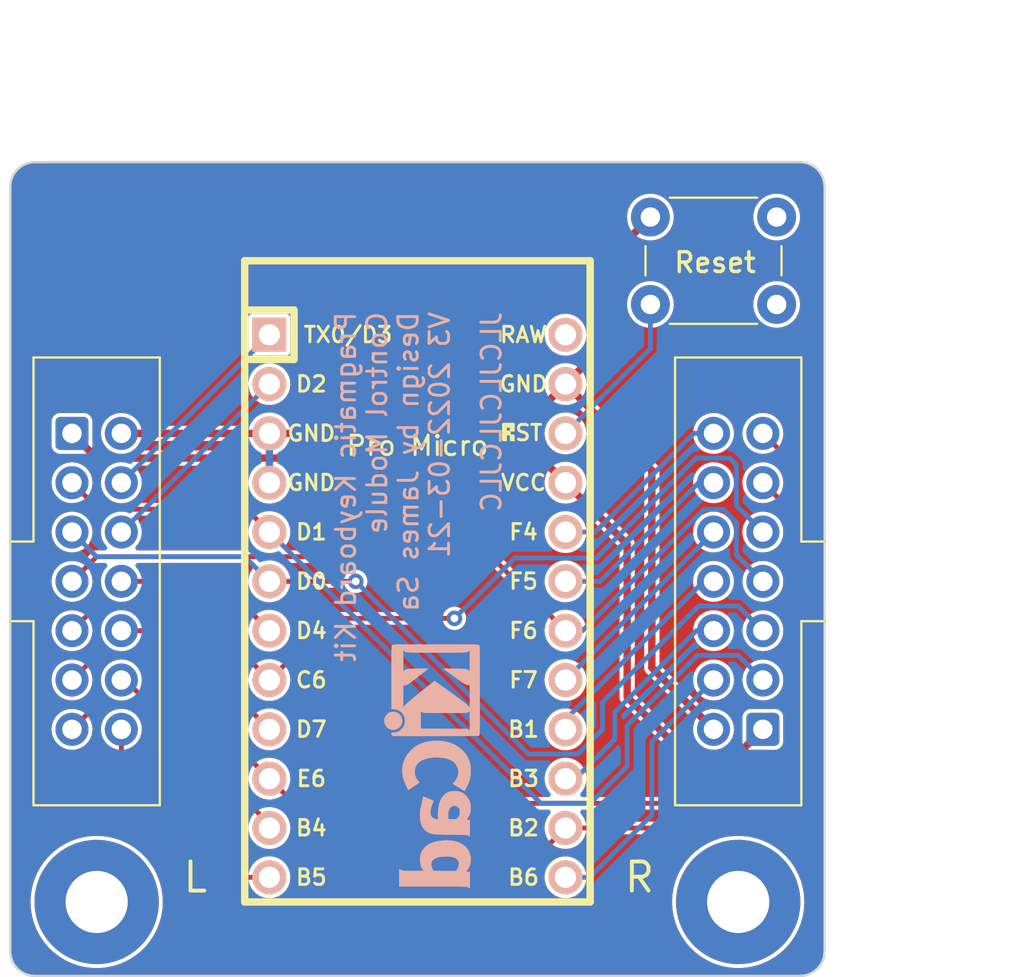
<source format=kicad_pcb>
(kicad_pcb (version 20211014) (generator pcbnew)
  (title_block (title "Pragmatic Kit - Control Module") (date "2022-03-21") (rev "V3") (company "James Sa"))
  (layers (0 "F.Cu" signal) (31 "B.Cu" signal) (34 "B.Paste" user) (35 "F.Paste" user) (36 "B.SilkS" user "B.Silkscreen") (37 "F.SilkS" user "F.Silkscreen") (38 "B.Mask" user) (39 "F.Mask" user) (44 "Edge.Cuts" user))
  (net 0 "")
  (net 1 "Row1")
  (net 2 "Col1")
  (net 3 "VCC")
  (net 4 "Col9")
  (net 5 "Col8")
  (net 6 "Col7")
  (net 7 "Row3")
  (net 8 "Row5")
  (net 9 "Row6")
  (net 10 "Row4")
  (net 11 "Col6")
  (net 12 "Col5")
  (net 13 "Col4")
  (net 14 "Col3")
  (net 15 "Col2")
  (net 16 "Row2")
  (net 17 "Reset")
  (net 18 "Col12")
  (net 19 "Col11")
  (net 20 "Col10")
  (net 21 "GND")
  (footprint "Connector_IDC:IDC-Header_2x07_P2.54mm_Vertical" (layer "F.Cu") (at 121.92 58.42)
    (fp_text reference "J1")
    (fp_text value "L" (at 6.35 22.86) (layer "F.SilkS") (effects (font (size 1.5 1.5) (thickness 0.2))))
    (pad "1" thru_hole roundrect (at 0 0) (size 1.7 1.7) (drill 1) (layers *.Cu *.Mask) (roundrect_rratio 0.1470588235) (net 3 "VCC"))
    (pad "2" thru_hole circle (at 2.54 0) (size 1.7 1.7) (drill 1) (layers *.Cu *.Mask) (net 21 "GND"))
    (pad "3" thru_hole circle (at 0 2.54) (size 1.7 1.7) (drill 1) (layers *.Cu *.Mask) (net 1 "Row1"))
    (pad "4" thru_hole circle (at 2.54 2.54) (size 1.7 1.7) (drill 1) (layers *.Cu *.Mask) (net 2 "Col1"))
    (pad "5" thru_hole circle (at 0 5.08) (size 1.7 1.7) (drill 1) (layers *.Cu *.Mask) (net 16 "Row2"))
    (pad "6" thru_hole circle (at 2.54 5.08) (size 1.7 1.7) (drill 1) (layers *.Cu *.Mask) (net 15 "Col2"))
    (pad "7" thru_hole circle (at 0 7.62) (size 1.7 1.7) (drill 1) (layers *.Cu *.Mask) (net 7 "Row3"))
    (pad "8" thru_hole circle (at 2.54 7.62) (size 1.7 1.7) (drill 1) (layers *.Cu *.Mask) (net 14 "Col3"))
    (pad "9" thru_hole circle (at 0 10.16) (size 1.7 1.7) (drill 1) (layers *.Cu *.Mask) (net 10 "Row4"))
    (pad "10" thru_hole circle (at 2.54 10.16) (size 1.7 1.7) (drill 1) (layers *.Cu *.Mask) (net 13 "Col4"))
    (pad "11" thru_hole circle (at 0 12.7) (size 1.7 1.7) (drill 1) (layers *.Cu *.Mask) (net 8 "Row5"))
    (pad "12" thru_hole circle (at 2.54 12.7) (size 1.7 1.7) (drill 1) (layers *.Cu *.Mask) (net 12 "Col5"))
    (pad "13" thru_hole circle (at 0 15.24) (size 1.7 1.7) (drill 1) (layers *.Cu *.Mask) (net 9 "Row6"))
    (pad "14" thru_hole circle (at 2.54 15.24) (size 1.7 1.7) (drill 1) (layers *.Cu *.Mask) (net 11 "Col6"))
  )
  (footprint "Connector_IDC:IDC-Header_2x07_P2.54mm_Vertical" (layer "F.Cu") (at 157.48 73.66 180)
    (fp_text reference "J2")
    (fp_text value "R" (at 6.35 -7.62) (layer "F.SilkS") (effects (font (size 1.5 1.5) (thickness 0.2))))
    (pad "1" thru_hole roundrect (at 0 0 180) (size 1.7 1.7) (drill 1) (layers *.Cu *.Mask) (roundrect_rratio 0.1470588235) (net 3 "VCC"))
    (pad "2" thru_hole circle (at 2.54 0 180) (size 1.7 1.7) (drill 1) (layers *.Cu *.Mask) (net 21 "GND"))
    (pad "3" thru_hole circle (at 0 2.54 180) (size 1.7 1.7) (drill 1) (layers *.Cu *.Mask) (net 1 "Row1"))
    (pad "4" thru_hole circle (at 2.54 2.54 180) (size 1.7 1.7) (drill 1) (layers *.Cu *.Mask) (net 6 "Col7"))
    (pad "5" thru_hole circle (at 0 5.08 180) (size 1.7 1.7) (drill 1) (layers *.Cu *.Mask) (net 16 "Row2"))
    (pad "6" thru_hole circle (at 2.54 5.08 180) (size 1.7 1.7) (drill 1) (layers *.Cu *.Mask) (net 5 "Col8"))
    (pad "7" thru_hole circle (at 0 7.62 180) (size 1.7 1.7) (drill 1) (layers *.Cu *.Mask) (net 7 "Row3"))
    (pad "8" thru_hole circle (at 2.54 7.62 180) (size 1.7 1.7) (drill 1) (layers *.Cu *.Mask) (net 4 "Col9"))
    (pad "9" thru_hole circle (at 0 10.16 180) (size 1.7 1.7) (drill 1) (layers *.Cu *.Mask) (net 10 "Row4"))
    (pad "10" thru_hole circle (at 2.54 10.16 180) (size 1.7 1.7) (drill 1) (layers *.Cu *.Mask) (net 20 "Col10"))
    (pad "11" thru_hole circle (at 0 12.7 180) (size 1.7 1.7) (drill 1) (layers *.Cu *.Mask) (net 8 "Row5"))
    (pad "12" thru_hole circle (at 2.54 12.7 180) (size 1.7 1.7) (drill 1) (layers *.Cu *.Mask) (net 19 "Col11"))
    (pad "13" thru_hole circle (at 0 15.24 180) (size 1.7 1.7) (drill 1) (layers *.Cu *.Mask) (net 9 "Row6"))
    (pad "14" thru_hole circle (at 2.54 15.24 180) (size 1.7 1.7) (drill 1) (layers *.Cu *.Mask) (net 18 "Col12"))
  )
  (footprint "Button_Switch_THT:SW_PUSH_6mm" (layer "F.Cu") (at 158.19 51.78 180)
    (fp_text reference "SW1" hide)
    (fp_text value "SW_Push")
    (fp_text user "Reset" (at 3.175 2.159) (layer "F.SilkS") (effects (font (size 1.016 1.016) (thickness 0.1778))))
    (pad "" thru_hole circle (at 0 0 270) (size 2 2) (drill 1) (layers *.Cu *.Mask))
    (pad "" thru_hole circle (at 0 4.5 270) (size 2 2) (drill 1) (layers *.Cu *.Mask))
    (pad "1" thru_hole circle (at 6.5 0 270) (size 2 2) (drill 1) (layers *.Cu *.Mask) (net 17 "Reset"))
    (pad "2" thru_hole circle (at 6.5 4.5 270) (size 2 2) (drill 1) (layers *.Cu *.Mask) (net 21 "GND"))
  )
  (footprint "keyboards:OSHW-Logo2_7.3x6mm_Copper" (layer "F.Cu") (at 123.19 49.53)
    (fp_text reference "Logo1" hide)
    (fp_text value "OSHW-Logo2_7.3x6mm_Copper" hide)
    (fp_poly (pts (xy 0.039744 1.950968) (xy 0.096616 1.972087) (xy 0.097267 1.972493) (xy 0.13244 1.99838) (xy 0.158407 2.028633) (xy 0.17667 2.068058) (xy 0.188732 2.121462) (xy 0.196096 2.193651) (xy 0.200264 2.289432) (xy 0.200629 2.303078) (xy 0.205876 2.508842) (xy 0.161716 2.531678) (xy 0.129763 2.54711) (xy 0.11047 2.554423) (xy 0.109578 2.554514) (xy 0.106239 2.541022) (xy 0.103587 2.504626) (xy 0.101956 2.451452) (xy 0.1016 2.408393) (xy 0.101592 2.338641) (xy 0.098403 2.294837) (xy 0.087288 2.273944) (xy 0.063501 2.272925) (xy 0.022296 2.288741) (xy -0.039914 2.317815) (xy -0.085659 2.341963) (xy -0.109187 2.362913) (xy -0.116104 2.385747) (xy -0.116114 2.386877) (xy -0.104701 2.426212) (xy -0.070908 2.447462) (xy -0.019191 2.450539) (xy 0.018061 2.450006) (xy 0.037703 2.460735) (xy 0.049952 2.486505) (xy 0.057002 2.519337) (xy 0.046842 2.537966) (xy 0.043017 2.540632) (xy 0.007001 2.55134) (xy -0.043434 2.552856) (xy -0.095374 2.545759) (xy -0.132178 2.532788) (xy -0.183062 2.489585) (xy -0.211986 2.429446) (xy -0.217714 2.382462) (xy -0.213343 2.340082) (xy -0.197525 2.305488) (xy -0.166203 2.274763) (xy -0.115322 2.24399) (xy -0.040824 2.209252) (xy -0.036286 2.207288) (xy 0.030821 2.176287) (xy 0.072232 2.150862) (xy 0.089981 2.128014) (xy 0.086107 2.104745) (xy 0.062643 2.078056) (xy 0.055627 2.071914) (xy 0.00863 2.0481) (xy -0.040067 2.049103) (xy -0.082478 2.072451) (xy -0.110616 2.115675) (xy -0.113231 2.12416) (xy -0.138692 2.165308) (xy -0.170999 2.185128) (xy -0.217714 2.20477) (xy -0.217714 2.15395) (xy -0.203504 2.080082) (xy -0.161325 2.012327) (xy -0.139376 1.989661) (xy -0.089483 1.960569) (xy -0.026033 1.9474) (xy 0.039744 1.950968)) (layer "F.Cu") (width 0.01) (fill solid))
    (fp_poly (pts (xy 1.779833 1.958663) (xy 1.782048 1.99685) (xy 1.783784 2.054886) (xy 1.784899 2.12818) (xy 1.785257 2.205055) (xy 1.785257 2.465196) (xy 1.739326 2.511127) (xy 1.707675 2.539429) (xy 1.67989 2.550893) (xy 1.641915 2.550168) (xy 1.62684 2.548321) (xy 1.579726 2.542948) (xy 1.540756 2.539869) (xy 1.531257 2.539585) (xy 1.499233 2.541445) (xy 1.453432 2.546114) (xy 1.435674 2.548321) (xy 1.392057 2.551735) (xy 1.362745 2.54432) (xy 1.33368 2.521427) (xy 1.323188 2.511127) (xy 1.277257 2.465196) (xy 1.277257 1.978602) (xy 1.314226 1.961758) (xy 1.346059 1.949282) (xy 1.364683 1.944914) (xy 1.369458 1.958718) (xy 1.373921 1.997286) (xy 1.377775 2.056356) (xy 1.380722 2.131663) (xy 1.382143 2.195286) (xy 1.386114 2.445657) (xy 1.420759 2.450556) (xy 1.452268 2.447131) (xy 1.467708 2.436041) (xy 1.472023 2.415308) (xy 1.475708 2.371145) (xy 1.478469 2.309146) (xy 1.480012 2.234909) (xy 1.480235 2.196706) (xy 1.480457 1.976783) (xy 1.526166 1.960849) (xy 1.558518 1.950015) (xy 1.576115 1.944962) (xy 1.576623 1.944914) (xy 1.578388 1.958648) (xy 1.580329 1.99673) (xy 1.582282 2.054482) (xy 1.584084 2.127227) (xy 1.585343 2.195286) (xy 1.589314 2.445657) (xy 1.6764 2.445657) (xy 1.680396 2.21724) (xy 1.684392 1.988822) (xy 1.726847 1.966868) (xy 1.758192 1.951793) (xy 1.776744 1.944951) (xy 1.777279 1.944914) (xy 1.779833 1.958663)) (layer "F.Cu") (width 0.01) (fill solid))
    (fp_poly (pts (xy 1.190117 2.065358) (xy 1.189933 2.173837) (xy 1.189219 2.257287) (xy 1.187675 2.319704) (xy 1.185001 2.365085) (xy 1.180894 2.397429) (xy 1.175055 2.420733) (xy 1.167182 2.438995) (xy 1.161221 2.449418) (xy 1.111855 2.505945) (xy 1.049264 2.541377) (xy 0.980013 2.55409) (xy 0.910668 2.542463) (xy 0.869375 2.521568) (xy 0.826025 2.485422) (xy 0.796481 2.441276) (xy 0.778655 2.383462) (xy 0.770463 2.306313) (xy 0.769302 2.249714) (xy 0.769458 2.245647) (xy 0.870857 2.245647) (xy 0.871476 2.31055) (xy 0.874314 2.353514) (xy 0.88084 2.381622) (xy 0.892523 2.401953) (xy 0.906483 2.417288) (xy 0.953365 2.44689) (xy 1.003701 2.449419) (xy 1.051276 2.424705) (xy 1.054979 2.421356) (xy 1.070783 2.403935) (xy 1.080693 2.383209) (xy 1.086058 2.352362) (xy 1.088228 2.304577) (xy 1.088571 2.251748) (xy 1.087827 2.185381) (xy 1.084748 2.141106) (xy 1.078061 2.112009) (xy 1.066496 2.091173) (xy 1.057013 2.080107) (xy 1.01296 2.052198) (xy 0.962224 2.048843) (xy 0.913796 2.070159) (xy 0.90445 2.078073) (xy 0.88854 2.095647) (xy 0.87861 2.116587) (xy 0.873278 2.147782) (xy 0.871163 2.196122) (xy 0.870857 2.245647) (xy 0.769458 2.245647) (xy 0.77281 2.158568) (xy 0.784726 2.090086) (xy 0.807135 2.0386) (xy 0.842124 1.998443) (xy 0.869375 1.977861) (xy 0.918907 1.955625) (xy 0.976316 1.945304) (xy 1.029682 1.948067) (xy 1.059543 1.959212) (xy 1.071261 1.962383) (xy 1.079037 1.950557) (xy 1.084465 1.918866) (xy 1.088571 1.870593) (xy 1.093067 1.816829) (xy 1.099313 1.784482) (xy 1.110676 1.765985) (xy 1.130528 1.75377) (xy 1.143 1.748362) (xy 1.190171 1.728601) (xy 1.190117 2.065358)) (layer "F.Cu") (width 0.01) (fill solid))
    (fp_poly (pts (xy -1.831697 1.931239) (xy -1.774473 1.969735) (xy -1.730251 2.025335) (xy -1.703833 2.096086) (xy -1.69849 2.148162) (xy -1.699097 2.169893) (xy -1.704178 2.186531) (xy -1.718145 2.201437) (xy -1.745411 2.217973) (xy -1.790388 2.239498) (xy -1.857489 2.269374) (xy -1.857829 2.269524) (xy -1.919593 2.297813) (xy -1.970241 2.322933) (xy -2.004596 2.342179) (xy -2.017482 2.352848) (xy -2.017486 2.352934) (xy -2.006128 2.376166) (xy -1.979569 2.401774) (xy -1.949077 2.420221) (xy -1.93363 2.423886) (xy -1.891485 2.411212) (xy -1.855192 2.379471) (xy -1.837483 2.344572) (xy -1.820448 2.318845) (xy -1.787078 2.289546) (xy -1.747851 2.264235) (xy -1.713244 2.250471) (xy -1.706007 2.249714) (xy -1.697861 2.26216) (xy -1.69737 2.293972) (xy -1.703357 2.336866) (xy -1.714643 2.382558) (xy -1.73005 2.422761) (xy -1.730829 2.424322) (xy -1.777196 2.489062) (xy -1.837289 2.533097) (xy -1.905535 2.554711) (xy -1.976362 2.552185) (xy -2.044196 2.523804) (xy -2.047212 2.521808) (xy -2.100573 2.473448) (xy -2.13566 2.410352) (xy -2.155078 2.327387) (xy -2.157684 2.304078) (xy -2.162299 2.194055) (xy -2.156767 2.142748) (xy -2.017486 2.142748) (xy -2.015676 2.174753) (xy -2.005778 2.184093) (xy -1.981102 2.177105) (xy -1.942205 2.160587) (xy -1.898725 2.139881) (xy -1.897644 2.139333) (xy -1.860791 2.119949) (xy -1.846 2.107013) (xy -1.849647 2.093451) (xy -1.865005 2.075632) (xy -1.904077 2.049845) (xy -1.946154 2.04795) (xy -1.983897 2.066717) (xy -2.009966 2.102915) (xy -2.017486 2.142748) (xy -2.156767 2.142748) (xy -2.152806 2.106027) (xy -2.12845 2.036212) (xy -2.094544 1.987302) (xy -2.033347 1.937878) (xy -1.965937 1.913359) (xy -1.89712 1.911797) (xy -1.831697 1.931239)) (layer "F.Cu") (width 0.01) (fill solid))
    (fp_poly (pts (xy 3.153595 1.966966) (xy 3.211021 2.004497) (xy 3.238719 2.038096) (xy 3.260662 2.099064) (xy 3.262405 2.147308) (xy 3.258457 2.211816) (xy 3.109686 2.276934) (xy 3.037349 2.310202) (xy 2.990084 2.336964) (xy 2.965507 2.360144) (xy 2.961237 2.382667) (xy 2.974889 2.407455) (xy 2.989943 2.423886) (xy 3.033746 2.450235) (xy 3.081389 2.452081) (xy 3.125145 2.431546) (xy 3.157289 2.390752) (xy 3.163038 2.376347) (xy 3.190576 2.331356) (xy 3.222258 2.312182) (xy 3.265714 2.295779) (xy 3.265714 2.357966) (xy 3.261872 2.400283) (xy 3.246823 2.435969) (xy 3.21528 2.476943) (xy 3.210592 2.482267) (xy 3.175506 2.51872) (xy 3.145347 2.538283) (xy 3.107615 2.547283) (xy 3.076335 2.55023) (xy 3.020385 2.550965) (xy 2.980555 2.54166) (xy 2.955708 2.527846) (xy 2.916656 2.497467) (xy 2.889625 2.464613) (xy 2.872517 2.423294) (xy 2.863238 2.367521) (xy 2.859693 2.291305) (xy 2.85941 2.252622) (xy 2.860372 2.206247) (xy 2.948007 2.206247) (xy 2.949023 2.231126) (xy 2.951556 2.2352) (xy 2.968274 2.229665) (xy 3.004249 2.215017) (xy 3.052331 2.19419) (xy 3.062386 2.189714) (xy 3.123152 2.158814) (xy 3.156632 2.131657) (xy 3.16399 2.10622) (xy 3.146391 2.080481) (xy 3.131856 2.069109) (xy 3.07941 2.046364) (xy 3.030322 2.050122) (xy 2.989227 2.077884) (xy 2.960758 2.127152) (xy 2.951631 2.166257) (xy 2.948007 2.206247) (xy 2.860372 2.206247) (xy 2.861285 2.162249) (xy 2.868196 2.095384) (xy 2.881884 2.046695) (xy 2.904096 2.010849) (xy 2.936574 1.982513) (xy 2.950733 1.973355) (xy 3.015053 1.949507) (xy 3.085473 1.948006) (xy 3.153595 1.966966)) (layer "F.Cu") (width 0.01) (fill solid))
    (fp_poly (pts (xy 0.529926 1.949755) (xy 0.595858 1.974084) (xy 0.649273 2.017117) (xy 0.670164 2.047409) (xy 0.692939 2.102994) (xy 0.692466 2.143186) (xy 0.668562 2.170217) (xy 0.659717 2.174813) (xy 0.62153 2.189144) (xy 0.602028 2.185472) (xy 0.595422 2.161407) (xy 0.595086 2.148114) (xy 0.582992 2.09921) (xy 0.551471 2.064999) (xy 0.507659 2.048476) (xy 0.458695 2.052634) (xy 0.418894 2.074227) (xy 0.40545 2.086544) (xy 0.395921 2.101487) (xy 0.389485 2.124075) (xy 0.385317 2.159328) (xy 0.382597 2.212266) (xy 0.380502 2.287907) (xy 0.37996 2.311857) (xy 0.377981 2.39379) (xy 0.375731 2.451455) (xy 0.372357 2.489608) (xy 0.367006 2.513004) (xy 0.358824 2.526398) (xy 0.346959 2.534545) (xy 0.339362 2.538144) (xy 0.307102 2.550452) (xy 0.288111 2.554514) (xy 0.281836 2.540948) (xy 0.278006 2.499934) (xy 0.2766 2.430999) (xy 0.277598 2.333669) (xy 0.277908 2.318657) (xy 0.280101 2.229859) (xy 0.282693 2.165019) (xy 0.286382 2.119067) (xy 0.291864 2.086935) (xy 0.299835 2.063553) (xy 0.310993 2.043852) (xy 0.31683 2.03541) (xy 0.350296 1.998057) (xy 0.387727 1.969003) (xy 0.392309 1.966467) (xy 0.459426 1.946443) (xy 0.529926 1.949755)) (layer "F.Cu") (width 0.01) (fill solid))
    (fp_poly (pts (xy -0.624114 1.851289) (xy -0.619861 1.910613) (xy -0.614975 1.945572) (xy -0.608205 1.96082) (xy -0.598298 1.961015) (xy -0.595086 1.959195) (xy -0.552356 1.946015) (xy -0.496773 1.946785) (xy -0.440263 1.960333) (xy -0.404918 1.977861) (xy -0.368679 2.005861) (xy -0.342187 2.037549) (xy -0.324001 2.077813) (xy -0.312678 2.131543) (xy -0.306778 2.203626) (xy -0.304857 2.298951) (xy -0.304823 2.317237) (xy -0.3048 2.522646) (xy -0.350509 2.53858) (xy -0.382973 2.54942) (xy -0.400785 2.554468) (xy -0.401309 2.554514) (xy -0.403063 2.540828) (xy -0.404556 2.503076) (xy -0.405674 2.446224) (xy -0.406303 2.375234) (xy -0.4064 2.332073) (xy -0.406602 2.246973) (xy -0.407642 2.185981) (xy -0.410169 2.144177) (xy -0.414836 2.116642) (xy -0.422293 2.098456) (xy -0.433189 2.084698) (xy -0.439993 2.078073) (xy -0.486728 2.051375) (xy -0.537728 2.049375) (xy -0.583999 2.071955) (xy -0.592556 2.080107) (xy -0.605107 2.095436) (xy -0.613812 2.113618) (xy -0.619369 2.139909) (xy -0.622474 2.179562) (xy -0.623824 2.237832) (xy -0.624114 2.318173) (xy -0.624114 2.522646) (xy -0.669823 2.53858) (xy -0.702287 2.54942) (xy -0.720099 2.554468) (xy -0.720623 2.554514) (xy -0.721963 2.540623) (xy -0.723172 2.501439) (xy -0.724199 2.4407) (xy -0.724998 2.362141) (xy -0.725519 2.269498) (xy -0.725714 2.166509) (xy -0.725714 1.769342) (xy -0.678543 1.749444) (xy -0.631371 1.729547) (xy -0.624114 1.851289)) (layer "F.Cu") (width 0.01) (fill solid))
    (fp_poly (pts (xy -2.400256 1.919918) (xy -2.344799 1.947568) (xy -2.295852 1.99848) (xy -2.282371 2.017338) (xy -2.267686 2.042015) (xy -2.258158 2.068816) (xy -2.252707 2.104587) (xy -2.250253 2.156169) (xy -2.249714 2.224267) (xy -2.252148 2.317588) (xy -2.260606 2.387657) (xy -2.276826 2.439931) (xy -2.302546 2.479869) (xy -2.339503 2.512929) (xy -2.342218 2.514886) (xy -2.37864 2.534908) (xy -2.422498 2.544815) (xy -2.478276 2.547257) (xy -2.568952 2.547257) (xy -2.56899 2.635283) (xy -2.569834 2.684308) (xy -2.574976 2.713065) (xy -2.588413 2.730311) (xy -2.614142 2.744808) (xy -2.620321 2.747769) (xy -2.649236 2.761648) (xy -2.671624 2.770414) (xy -2.688271 2.771171) (xy -2.699964 2.761023) (xy -2.70749 2.737073) (xy -2.711634 2.696426) (xy -2.713185 2.636186) (xy -2.712929 2.553455) (xy -2.711651 2.445339) (xy -2.711252 2.413) (xy -2.709815 2.301524) (xy -2.708528 2.228603) (xy -2.569029 2.228603) (xy -2.568245 2.290499) (xy -2.56476 2.330997) (xy -2.556876 2.357708) (xy -2.542895 2.378244) (xy -2.533403 2.38826) (xy -2.494596 2.417567) (xy -2.460237 2.419952) (xy -2.424784 2.39575) (xy -2.423886 2.394857) (xy -2.409461 2.376153) (xy -2.400687 2.350732) (xy -2.396261 2.311584) (xy -2.394882 2.251697) (xy -2.394857 2.23843) (xy -2.398188 2.155901) (xy -2.409031 2.098691) (xy -2.42866 2.063766) (xy -2.45835 2.048094) (xy -2.475509 2.046514) (xy -2.516234 2.053926) (xy -2.544168 2.07833) (xy -2.560983 2.12298) (xy -2.56835 2.19113) (xy -2.569029 2.228603) (xy -2.708528 2.228603) (xy -2.708292 2.215245) (xy -2.706323 2.150333) (xy -2.70355 2.102958) (xy -2.699612 2.06929) (xy -2.694151 2.045498) (xy -2.686808 2.027753) (xy -2.677223 2.012224) (xy -2.673113 2.006381) (xy -2.618595 1.951185) (xy -2.549664 1.91989) (xy -2.469928 1.911165) (xy -2.400256 1.919918)) (layer "F.Cu") (width 0.01) (fill solid))
    (fp_poly (pts (xy 2.144876 1.956335) (xy 2.186667 1.975344) (xy 2.219469 1.998378) (xy 2.243503 2.024133) (xy 2.260097 2.057358) (xy 2.270577 2.1028) (xy 2.276271 2.165207) (xy 2.278507 2.249327) (xy 2.278743 2.304721) (xy 2.278743 2.520826) (xy 2.241774 2.53767) (xy 2.212656 2.549981) (xy 2.198231 2.554514) (xy 2.195472 2.541025) (xy 2.193282 2.504653) (xy 2.191942 2.451542) (xy 2.191657 2.409372) (xy 2.190434 2.348447) (xy 2.187136 2.300115) (xy 2.182321 2.270518) (xy 2.178496 2.264229) (xy 2.152783 2.270652) (xy 2.112418 2.287125) (xy 2.065679 2.309458) (xy 2.020845 2.333457) (xy 1.986193 2.35493) (xy 1.970002 2.369685) (xy 1.969938 2.369845) (xy 1.97133 2.397152) (xy 1.983818 2.423219) (xy 2.005743 2.444392) (xy 2.037743 2.451474) (xy 2.065092 2.450649) (xy 2.103826 2.450042) (xy 2.124158 2.459116) (xy 2.136369 2.483092) (xy 2.137909 2.487613) (xy 2.143203 2.521806) (xy 2.129047 2.542568) (xy 2.092148 2.552462) (xy 2.052289 2.554292) (xy 1.980562 2.540727) (xy 1.943432 2.521355) (xy 1.897576 2.475845) (xy 1.873256 2.419983) (xy 1.871073 2.360957) (xy 1.891629 2.305953) (xy 1.922549 2.271486) (xy 1.95342 2.252189) (xy 2.001942 2.227759) (xy 2.058485 2.202985) (xy 2.06791 2.199199) (xy 2.130019 2.171791) (xy 2.165822 2.147634) (xy 2.177337 2.123619) (xy 2.16658 2.096635) (xy 2.148114 2.075543) (xy 2.104469 2.049572) (xy 2.056446 2.047624) (xy 2.012406 2.067637) (xy 1.980709 2.107551) (xy 1.976549 2.117848) (xy 1.952327 2.155724) (xy 1.916965 2.183842) (xy 1.872343 2.206917) (xy 1.872343 2.141485) (xy 1.874969 2.101506) (xy 1.88623 2.069997) (xy 1.911199 2.036378) (xy 1.935169 2.010484) (xy 1.972441 1.973817) (xy 2.001401 1.954121) (xy 2.032505 1.94622) (xy 2.067713 1.944914) (xy 2.144876 1.956335)) (layer "F.Cu") (width 0.01) (fill solid))
    (fp_poly (pts (xy -1.283907 1.92778) (xy -1.237328 1.954723) (xy -1.204943 1.981466) (xy -1.181258 2.009484) (xy -1.164941 2.043748) (xy -1.154661 2.089227) (xy -1.149086 2.150892) (xy -1.146884 2.233711) (xy -1.146629 2.293246) (xy -1.146629 2.512391) (xy -1.208314 2.540044) (xy -1.27 2.567697) (xy -1.277257 2.32767) (xy -1.280256 2.238028) (xy -1.283402 2.172962) (xy -1.287299 2.128026) (xy -1.292553 2.09877) (xy -1.299769 2.080748) (xy -1.30955 2.069511) (xy -1.312688 2.067079) (xy -1.360239 2.048083) (xy -1.408303 2.0556) (xy -1.436914 2.075543) (xy -1.448553 2.089675) (xy -1.456609 2.10822) (xy -1.461729 2.136334) (xy -1.464559 2.179173) (xy -1.465744 2.241895) (xy -1.465943 2.307261) (xy -1.465982 2.389268) (xy -1.467386 2.447316) (xy -1.472086 2.486465) (xy -1.482013 2.51178) (xy -1.499097 2.528323) (xy -1.525268 2.541156) (xy -1.560225 2.554491) (xy -1.598404 2.569007) (xy -1.593859 2.311389) (xy -1.592029 2.218519) (xy -1.589888 2.149889) (xy -1.586819 2.100711) (xy -1.582206 2.066198) (xy -1.575432 2.041562) (xy -1.565881 2.022016) (xy -1.554366 2.00477) (xy -1.49881 1.94968) (xy -1.43102 1.917822) (xy -1.357287 1.910191) (xy -1.283907 1.92778)) (layer "F.Cu") (width 0.01) (fill solid))
    (fp_poly (pts (xy 0.10391 -2.757652) (xy 0.182454 -2.757222) (xy 0.239298 -2.756058) (xy 0.278105 -2.753793) (xy 0.302538 -2.75006) (xy 0.316262 -2.744494) (xy 0.32294 -2.736727) (xy 0.326236 -2.726395) (xy 0.326556 -2.725057) (xy 0.331562 -2.700921) (xy 0.340829 -2.653299) (xy 0.353392 -2.587259) (xy 0.368287 -2.507872) (xy 0.384551 -2.420204) (xy 0.385119 -2.417125) (xy 0.40141 -2.331211) (xy 0.416652 -2.255304) (xy 0.429861 -2.193955) (xy 0.440054 -2.151718) (xy 0.446248 -2.133145) (xy 0.446543 -2.132816) (xy 0.464788 -2.123747) (xy 0.502405 -2.108633) (xy 0.551271 -2.090738) (xy 0.551543 -2.090642) (xy 0.613093 -2.067507) (xy 0.685657 -2.038035) (xy 0.754057 -2.008403) (xy 0.757294 -2.006938) (xy 0.868702 -1.956374) (xy 1.115399 -2.12484) (xy 1.191077 -2.176197) (xy 1.259631 -2.222111) (xy 1.317088 -2.25997) (xy 1.359476 -2.287163) (xy 1.382825 -2.301079) (xy 1.385042 -2.302111) (xy 1.40201 -2.297516) (xy 1.433701 -2.275345) (xy 1.481352 -2.234553) (xy 1.546198 -2.174095) (xy 1.612397 -2.109773) (xy 1.676214 -2.046388) (xy 1.733329 -1.988549) (xy 1.780305 -1.939825) (xy 1.813703 -1.90379) (xy 1.830085 -1.884016) (xy 1.830694 -1.882998) (xy 1.832505 -1.869428) (xy 1.825683 -1.847267) (xy 1.80854 -1.813522) (xy 1.779393 -1.7652) (xy 1.736555 -1.699308) (xy 1.679448 -1.614483) (xy 1.628766 -1.539823) (xy 1.583461 -1.47286) (xy 1.54615 -1.417484) (xy 1.519452 -1.37758) (xy 1.505985 -1.357038) (xy 1.505137 -1.355644) (xy 1.506781 -1.335962) (xy 1.519245 -1.297707) (xy 1.540048 -1.248111) (xy 1.547462 -1.232272) (xy 1.579814 -1.16171) (xy 1.614328 -1.081647) (xy 1.642365 -1.012371) (xy 1.662568 -0.960955) (xy 1.678615 -0.921881) (xy 1.687888 -0.901459) (xy 1.689041 -0.899886) (xy 1.706096 -0.897279) (xy 1.746298 -0.890137) (xy 1.804302 -0.879477) (xy 1.874763 -0.866315) (xy 1.952335 -0.851667) (xy 2.031672 -0.836551) (xy 2.107431 -0.821982) (xy 2.174264 -0.808978) (xy 2.226828 -0.798555) (xy 2.259776 -0.79173) (xy 2.267857 -0.789801) (xy 2.276205 -0.785038) (xy 2.282506 -0.774282) (xy 2.287045 -0.753902) (xy 2.290104 -0.720266) (xy 2.291967 -0.669745) (xy 2.292918 -0.598708) (xy 2.29324 -0.503524) (xy 2.293257 -0.464508) (xy 2.293257 -0.147201) (xy 2.217057 -0.132161) (xy 2.174663 -0.124005) (xy 2.1114 -0.112101) (xy 2.034962 -0.097884) (xy 1.953043 -0.08279) (xy 1.9304 -0.078645) (xy 1.854806 -0.063947) (xy 1.788953 -0.049495) (xy 1.738366 -0.036625) (xy 1.708574 -0.026678) (xy 1.703612 -0.023713) (xy 1.691426 -0.002717) (xy 1.673953 0.037967) (xy 1.654577 0.090322) (xy 1.650734 0.1016) (xy 1.625339 0.171523) (xy 1.593817 0.250418) (xy 1.562969 0.321266) (xy 1.562817 0.321595) (xy 1.511447 0.432733) (xy 1.680399 0.681253) (xy 1.849352 0.929772) (xy 1.632429 1.147058) (xy 1.566819 1.211726) (xy 1.506979 1.268733) (xy 1.456267 1.315033) (xy 1.418046 1.347584) (xy 1.395675 1.363343) (xy 1.392466 1.364343) (xy 1.373626 1.356469) (xy 1.33518 1.334578) (xy 1.28133 1.301267) (xy 1.216276 1.259131) (xy 1.14594 1.211943) (xy 1.074555 1.16381) (xy 1.010908 1.121928) (xy 0.959041 1.088871) (xy 0.922995 1.067218) (xy 0.906867 1.059543) (xy 0.887189 1.066037) (xy 0.849875 1.08315) (xy 0.802621 1.107326) (xy 0.797612 1.110013) (xy 0.733977 1.141927) (xy 0.690341 1.157579) (xy 0.663202 1.157745) (xy 0.649057 1.143204) (xy 0.648975 1.143) (xy 0.641905 1.125779) (xy 0.625042 1.084899) (xy 0.599695 1.023525) (xy 0.567171 0.944819) (xy 0.528778 0.851947) (xy 0.485822 0.748072) (xy 0.444222 0.647502) (xy 0.398504 0.536516) (xy 0.356526 0.433703) (xy 0.319548 0.342215) (xy 0.288827 0.265201) (xy 0.265622 0.205815) (xy 0.25119 0.167209) (xy 0.246743 0.1528) (xy 0.257896 0.136272) (xy 0.287069 0.10993) (xy 0.325971 0.080887) (xy 0.436757 -0.010961) (xy 0.523351 -0.116241) (xy 0.584716 -0.232734) (xy 0.619815 -0.358224) (xy 0.627608 -0.490493) (xy 0.621943 -0.551543) (xy 0.591078 -0.678205) (xy 0.53792 -0.790059) (xy 0.465767 -0.885999) (xy 0.377917 -0.964924) (xy 0.277665 -1.02573) (xy 0.16831 -1.067313) (xy 0.053147 -1.088572) (xy -0.064525 -1.088401) (xy -0.18141 -1.065699) (xy -0.294211 -1.019362) (xy -0.399631 -0.948287) (xy -0.443632 -0.908089) (xy -0.528021 -0.804871) (xy -0.586778 -0.692075) (xy -0.620296 -0.57299) (xy -0.628965 -0.450905) (xy -0.613177 -0.329107) (xy -0.573322 -0.210884) (xy -0.509793 -0.099525) (xy -0.422979 0.001684) (xy -0.325971 0.080887) (xy -0.285563 0.111162) (xy -0.257018 0.137219) (xy -0.246743 0.152825) (xy -0.252123 0.169843) (xy -0.267425 0.2105) (xy -0.291388 0.271642) (xy -0.322756 0.350119) (xy -0.360268 0.44278) (xy -0.402667 0.546472) (xy -0.444337 0.647526) (xy -0.49031 0.758607) (xy -0.532893 0.861541) (xy -0.570779 0.953165) (xy -0.60266 1.030316) (xy -0.627229 1.089831) (xy -0.64318 1.128544) (xy -0.64909 1.143) (xy -0.663052 1.157685) (xy -0.69006 1.157642) (xy -0.733587 1.142099) (xy -0.79711 1.110284) (xy -0.797612 1.110013) (xy -0.84544 1.085323) (xy -0.884103 1.067338) (xy -0.905905 1.059614) (xy -0.906867 1.059543) (xy -0.923279 1.067378) (xy -0.959513 1.089165) (xy -1.011526 1.122328) (xy -1.075275 1.164291) (xy -1.14594 1.211943) (xy -1.217884 1.260191) (xy -1.282726 1.302151) (xy -1.336265 1.335227) (xy -1.374303 1.356821) (xy -1.392467 1.364343) (xy -1.409192 1.354457) (xy -1.44282 1.326826) (xy -1.48999 1.284495) (xy -1.547342 1.230505) (xy -1.611516 1.167899) (xy -1.632503 1.146983) (xy -1.849501 0.929623) (xy -1.684332 0.68722) (xy -1.634136 0.612781) (xy -1.590081 0.545972) (xy -1.554638 0.490665) (xy -1.530281 0.450729) (xy -1.519478 0.430036) (xy -1.519162 0.428563) (xy -1.524857 0.409058) (xy -1.540174 0.369822) (xy -1.562463 0.31743) (xy -1.578107 0.282355) (xy -1.607359 0.215201) (xy -1.634906 0.147358) (xy -1.656263 0.090034) (xy -1.662065 0.072572) (xy -1.678548 0.025938) (xy -1.69466 -0.010095) (xy -1.70351 -0.023713) (xy -1.72304 -0.032048) (xy -1.765666 -0.043863) (xy -1.825855 -0.057819) (xy -1.898078 -0.072578) (xy -1.9304 -0.078645) (xy -2.012478 -0.093727) (xy -2.091205 -0.108331) (xy -2.158891 -0.12102) (xy -2.20784 -0.130358) (xy -2.217057 -0.132161) (xy -2.293257 -0.147201) (xy -2.293257 -0.464508) (xy -2.293086 -0.568846) (xy -2.292384 -0.647787) (xy -2.290866 -0.704962) (xy -2.288251 -0.744001) (xy -2.284254 -0.768535) (xy -2.278591 -0.782195) (xy -2.27098 -0.788611) (xy -2.267857 -0.789801) (xy -2.249022 -0.79402) (xy -2.207412 -0.802438) (xy -2.14837 -0.814039) (xy -2.077243 -0.827805) (xy -1.999375 -0.84272) (xy -1.920113 -0.857768) (xy -1.844802 -0.871931) (xy -1.778787 -0.884194) (xy -1.727413 -0.893539) (xy -1.696025 -0.89895) (xy -1.689041 -0.899886) (xy -1.682715 -0.912404) (xy -1.66871 -0.945754) (xy -1.649645 -0.993623) (xy -1.642366 -1.012371) (xy -1.613004 -1.084805) (xy -1.578429 -1.16483) (xy -1.547463 -1.232272) (xy -1.524677 -1.283841) (xy -1.509518 -1.326215) (xy -1.504458 -1.352166) (xy -1.505264 -1.355644) (xy -1.515959 -1.372064) (xy -1.54038 -1.408583) (xy -1.575905 -1.461313) (xy -1.619913 -1.526365) (xy -1.669783 -1.599849) (xy -1.679644 -1.614355) (xy -1.737508 -1.700296) (xy -1.780044 -1.765739) (xy -1.808946 -1.813696) (xy -1.82591 -1.84718) (xy -1.832633 -1.869205) (xy -1.83081 -1.882783) (xy -1.830764 -1.882869) (xy -1.816414 -1.900703) (xy -1.784677 -1.935183) (xy -1.73899 -1.982732) (xy -1.682796 -2.039778) (xy -1.619532 -2.102745) (xy -1.612398 -2.109773) (xy -1.53267 -2.18698) (xy -1.471143 -2.24367) (xy -1.426579 -2.28089) (xy -1.397743 -2.299685) (xy -1.385042 -2.302111) (xy -1.366506 -2.291529) (xy -1.328039 -2.267084) (xy -1.273614 -2.231388) (xy -1.207202 -2.187053) (xy -1.132775 -2.136689) (xy -1.115399 -2.12484) (xy -0.868703 -1.956374) (xy -0.757294 -2.006938) (xy -0.689543 -2.036405) (xy -0.616817 -2.066041) (xy -0.554297 -2.08967) (xy -0.551543 -2.090642) (xy -0.50264 -2.108543) (xy -0.464943 -2.12368) (xy -0.446575 -2.13279) (xy -0.446544 -2.132816) (xy -0.440715 -2.149283) (xy -0.430808 -2.189781) (xy -0.417805 -2.249758) (xy -0.402691 -2.32466) (xy -0.386448 -2.409936) (xy -0.385119 -2.417125) (xy -0.368825 -2.504986) (xy -0.353867 -2.58474) (xy -0.341209 -2.651319) (xy -0.331814 -2.699653) (xy -0.326646 -2.724675) (xy -0.326556 -2.725057) (xy -0.323411 -2.735701) (xy -0.317296 -2.743738) (xy -0.304547 -2.749533) (xy -0.2815 -2.753453) (xy -0.244491 -2.755865) (xy -0.189856 -2.757135) (xy -0.113933 -2.757629) (xy -0.013056 -2.757714) (xy 0 -2.757714) (xy 0.10391 -2.757652)) (layer "F.Cu") (width 0.01) (fill solid))
    (fp_poly (pts (xy -2.958885 1.921962) (xy -2.890855 1.957733) (xy -2.840649 2.015301) (xy -2.822815 2.052312) (xy -2.808937 2.107882) (xy -2.801833 2.178096) (xy -2.80116 2.254727) (xy -2.806573 2.329552) (xy -2.81773 2.394342) (xy -2.834286 2.440873) (xy -2.839374 2.448887) (xy -2.899645 2.508707) (xy -2.971231 2.544535) (xy -3.048908 2.55502) (xy -3.127452 2.53881) (xy -3.149311 2.529092) (xy -3.191878 2.499143) (xy -3.229237 2.459433) (xy -3.232768 2.454397) (xy -3.247119 2.430124) (xy -3.256606 2.404178) (xy -3.26221 2.370022) (xy -3.264914 2.321119) (xy -3.265701 2.250935) (xy -3.265714 2.2352) (xy -3.265678 2.230192) (xy -3.120571 2.230192) (xy -3.119727 2.29643) (xy -3.116404 2.340386) (xy -3.109417 2.368779) (xy -3.097584 2.388325) (xy -3.091543 2.394857) (xy -3.056814 2.41968) (xy -3.023097 2.418548) (xy -2.989005 2.397016) (xy -2.968671 2.374029) (xy -2.956629 2.340478) (xy -2.949866 2.287569) (xy -2.949402 2.281399) (xy -2.948248 2.185513) (xy -2.960312 2.114299) (xy -2.98543 2.068194) (xy -3.02344 2.047635) (xy -3.037008 2.046514) (xy -3.072636 2.052152) (xy -3.097006 2.071686) (xy -3.111907 2.109042) (xy -3.119125 2.16815) (xy -3.120571 2.230192) (xy -3.265678 2.230192) (xy -3.265174 2.160413) (xy -3.262904 2.108159) (xy -3.257932 2.071949) (xy -3.249287 2.045299) (xy -3.235995 2.021722) (xy -3.233057 2.017338) (xy -3.183687 1.958249) (xy -3.129891 1.923947) (xy -3.064398 1.910331) (xy -3.042158 1.909665) (xy -2.958885 1.921962)) (layer "F.Cu") (width 0.01) (fill solid))
    (fp_poly (pts (xy 2.6526 1.958752) (xy 2.669948 1.966334) (xy 2.711356 1.999128) (xy 2.746765 2.046547) (xy 2.768664 2.097151) (xy 2.772229 2.122098) (xy 2.760279 2.156927) (xy 2.734067 2.175357) (xy 2.705964 2.186516) (xy 2.693095 2.188572) (xy 2.686829 2.173649) (xy 2.674456 2.141175) (xy 2.669028 2.126502) (xy 2.63859 2.075744) (xy 2.59452 2.050427) (xy 2.53801 2.051206) (xy 2.533825 2.052203) (xy 2.503655 2.066507) (xy 2.481476 2.094393) (xy 2.466327 2.139287) (xy 2.45725 2.204615) (xy 2.453286 2.293804) (xy 2.452914 2.341261) (xy 2.45273 2.416071) (xy 2.451522 2.467069) (xy 2.448309 2.499471) (xy 2.442109 2.518495) (xy 2.43194 2.529356) (xy 2.416819 2.537272) (xy 2.415946 2.53767) (xy 2.386828 2.549981) (xy 2.372403 2.554514) (xy 2.370186 2.540809) (xy 2.368289 2.502925) (xy 2.366847 2.445715) (xy 2.365998 2.374027) (xy 2.365829 2.321565) (xy 2.366692 2.220047) (xy 2.37007 2.143032) (xy 2.377142 2.086023) (xy 2.389088 2.044526) (xy 2.40709 2.014043) (xy 2.432327 1.99008) (xy 2.457247 1.973355) (xy 2.517171 1.951097) (xy 2.586911 1.946076) (xy 2.6526 1.958752)) (layer "F.Cu") (width 0.01) (fill solid))
  )
  (footprint "Keyboard_JSA:ArduinoProMicro" (layer "F.Cu") (at 139.7 67.31 -90)
    (fp_text reference "U1" hide)
    (fp_text value "ProMicro" hide)
    (fp_text user "VCC" (at -6.35 -5.461) (layer "F.SilkS") (effects (font (size 0.8 0.8))))
    (fp_text user "GND" (at -11.43 -5.461) (layer "F.SilkS") (effects (font (size 0.8 0.8))))
    (fp_text user "F6" (at 1.27 -5.461) (layer "F.SilkS") (effects (font (size 0.8 0.8))))
    (fp_text user "GND" (at -6.35 5.461) (layer "F.SilkS") (effects (font (size 0.8 0.8))))
    (fp_text user "B5" (at 13.97 5.461) (layer "F.SilkS") (effects (font (size 0.8 0.8))))
    (fp_text user "F7" (at 3.81 -5.461) (layer "F.SilkS") (effects (font (size 0.8 0.8))))
    (fp_text user "D2" (at -11.43 5.461) (layer "F.SilkS") (effects (font (size 0.8 0.8))))
    (fp_text user "F5" (at -1.27 -5.461) (layer "F.SilkS") (effects (font (size 0.8 0.8))))
    (fp_text user "B1" (at 6.35 -5.461) (layer "F.SilkS") (effects (font (size 0.8 0.8))))
    (fp_text user "D7" (at 6.35 5.461) (layer "F.SilkS") (effects (font (size 0.8 0.8))))
    (fp_text user "D0" (at -1.27 5.461) (layer "F.SilkS") (effects (font (size 0.8 0.8))))
    (fp_text user "D1" (at -3.81 5.461) (layer "F.SilkS") (effects (font (size 0.8 0.8))))
    (fp_text user "E6" (at 8.89 5.461) (layer "F.SilkS") (effects (font (size 0.8 0.8))))
    (fp_text user "F4" (at -3.81 -5.461) (layer "F.SilkS") (effects (font (size 0.8 0.8))))
    (fp_text user "D4" (at 1.27 5.461) (layer "F.SilkS") (effects (font (size 0.8 0.8))))
    (fp_text user "B3" (at 8.89 -5.461) (layer "F.SilkS") (effects (font (size 0.8 0.8))))
    (fp_text user "B2" (at 11.43 -5.461) (layer "F.SilkS") (effects (font (size 0.8 0.8))))
    (fp_text user "ST" (at -8.92 -5.73312) (layer "F.SilkS") (effects (font (size 0.8 0.8))))
    (fp_text user "GND" (at -8.89 5.461) (layer "F.SilkS") (effects (font (size 0.8 0.8))))
    (fp_text user "B6" (at 13.97 -5.461) (layer "F.SilkS") (effects (font (size 0.8 0.8))))
    (fp_text user "TX0/D3" (at -13.97 3.571872) (layer "F.SilkS") (effects (font (size 0.8 0.8))))
    (fp_text user "B4" (at 11.43 5.461) (layer "F.SilkS") (effects (font (size 0.8 0.8))))
    (fp_text user "RAW" (at -13.97 -5.461) (layer "F.SilkS") (effects (font (size 0.8 0.8))))
    (fp_text user "C6" (at 3.81 5.461) (layer "F.SilkS") (effects (font (size 0.8 0.8))))
    (pad "1" thru_hole rect locked (at -13.97 7.62 270) (size 1.7526 1.7526) (drill 1.0922) (layers *.Cu *.SilkS *.Mask) (net 2 "Col1"))
    (pad "2" thru_hole circle locked (at -11.43 7.62 270) (size 1.7526 1.7526) (drill 1.0922) (layers *.Cu *.SilkS *.Mask) (net 15 "Col2"))
    (pad "3" thru_hole circle locked (at -8.89 7.62 270) (size 1.7526 1.7526) (drill 1.0922) (layers *.Cu *.SilkS *.Mask) (net 21 "GND"))
    (pad "4" thru_hole circle locked (at -6.35 7.62 270) (size 1.7526 1.7526) (drill 1.0922) (layers *.Cu *.SilkS *.Mask) (net 21 "GND"))
    (pad "5" thru_hole circle locked (at -3.81 7.62 270) (size 1.7526 1.7526) (drill 1.0922) (layers *.Cu *.SilkS *.Mask) (net 1 "Row1"))
    (pad "6" thru_hole circle locked (at -1.27 7.62 270) (size 1.7526 1.7526) (drill 1.0922) (layers *.Cu *.SilkS *.Mask) (net 16 "Row2"))
    (pad "7" thru_hole circle locked (at 1.27 7.62 270) (size 1.7526 1.7526) (drill 1.0922) (layers *.Cu *.SilkS *.Mask) (net 14 "Col3"))
    (pad "8" thru_hole circle locked (at 3.81 7.62 270) (size 1.7526 1.7526) (drill 1.0922) (layers *.Cu *.SilkS *.Mask) (net 10 "Row4"))
    (pad "9" thru_hole circle locked (at 6.35 7.62 270) (size 1.7526 1.7526) (drill 1.0922) (layers *.Cu *.SilkS *.Mask) (net 13 "Col4"))
    (pad "10" thru_hole circle locked (at 8.89 7.62 270) (size 1.7526 1.7526) (drill 1.0922) (layers *.Cu *.SilkS *.Mask) (net 8 "Row5"))
    (pad "11" thru_hole circle locked (at 11.43 7.62 270) (size 1.7526 1.7526) (drill 1.0922) (layers *.Cu *.SilkS *.Mask) (net 12 "Col5"))
    (pad "12" thru_hole circle locked (at 13.97 7.62 270) (size 1.7526 1.7526) (drill 1.0922) (layers *.Cu *.SilkS *.Mask) (net 11 "Col6"))
    (pad "13" thru_hole circle locked (at 13.97 -7.62 270) (size 1.7526 1.7526) (drill 1.0922) (layers *.Cu *.SilkS *.Mask) (net 6 "Col7"))
    (pad "14" thru_hole circle locked (at 11.43 -7.62 270) (size 1.7526 1.7526) (drill 1.0922) (layers *.Cu *.SilkS *.Mask) (net 9 "Row6"))
    (pad "15" thru_hole circle locked (at 8.89 -7.62 270) (size 1.7526 1.7526) (drill 1.0922) (layers *.Cu *.SilkS *.Mask) (net 5 "Col8"))
    (pad "16" thru_hole circle locked (at 6.35 -7.62 270) (size 1.7526 1.7526) (drill 1.0922) (layers *.Cu *.SilkS *.Mask) (net 4 "Col9"))
    (pad "17" thru_hole circle locked (at 3.81 -7.62 270) (size 1.7526 1.7526) (drill 1.0922) (layers *.Cu *.SilkS *.Mask) (net 20 "Col10"))
    (pad "18" thru_hole circle locked (at 1.27 -7.62 270) (size 1.7526 1.7526) (drill 1.0922) (layers *.Cu *.SilkS *.Mask) (net 7 "Row3"))
    (pad "19" thru_hole circle locked (at -1.27 -7.62 270) (size 1.7526 1.7526) (drill 1.0922) (layers *.Cu *.SilkS *.Mask) (net 19 "Col11"))
    (pad "20" thru_hole circle locked (at -3.81 -7.62 270) (size 1.7526 1.7526) (drill 1.0922) (layers *.Cu *.SilkS *.Mask) (net 18 "Col12"))
    (pad "21" thru_hole circle locked (at -6.35 -7.62 270) (size 1.7526 1.7526) (drill 1.0922) (layers *.Cu *.SilkS *.Mask) (net 3 "VCC"))
    (pad "22" thru_hole circle locked (at -8.89 -7.62 270) (size 1.7526 1.7526) (drill 1.0922) (layers *.Cu *.SilkS *.Mask) (net 17 "Reset"))
    (pad "23" thru_hole circle locked (at -11.43 -7.62 270) (size 1.7526 1.7526) (drill 1.0922) (layers *.Cu *.SilkS *.Mask) (net 21 "GND"))
    (pad "24" thru_hole circle locked (at -13.97 -7.62 270) (size 1.7526 1.7526) (drill 1.0922) (layers *.Cu *.SilkS *.Mask))
  )
  (footprint "MountingHole:MountingHole_3.2mm_M3_Pad" (layer "F.Cu") (at 156.21 82.55)
    (fp_text reference "M2" hide)
    (fp_text value "MountingHole_3.2mm_M3_Pad" hide)
    (pad "" thru_hole circle (at 0 0) (size 6.4 6.4) (drill 3.2) (layers *.Cu *.Mask))
  )
  (footprint "Keyboard_JSA:JLC Legend" (layer "F.Cu") (at 139.7 46.99)
    (fp_text reference "L1" hide)
    (fp_text value "JLC Legend" hide)
    (fp_text user "JLCJLCJLCJLC" (at 3.81 5.08 90 unlocked) (layer "B.SilkS") (effects (justify left mirror)))
  )
  (footprint "MountingHole:MountingHole_3.2mm_M3_Pad" (layer "F.Cu") (at 123.19 82.55)
    (fp_text reference "M1" hide)
    (fp_text value "MountingHole_3.2mm_M3_Pad" hide)
    (pad "" thru_hole circle (at 0 0) (size 6.4 6.4) (drill 3.2) (layers *.Cu *.Mask))
  )
  (footprint "Symbol:KiCad-Logo_5mm_SilkScreen" (layer "B.Cu") (at 140.97 75.565 -90)
    (fp_text reference "REF**" hide)
    (fp_text value "KiCad-Logo_5mm_SilkScreen" hide)
  )
  (gr_line (start 159.385 86.36) (end 120.015 86.36) (layer "Edge.Cuts") (width 0.12))
  (gr_line (start 118.745 85.09) (end 118.745 45.72) (layer "Edge.Cuts") (width 0.12))
  (gr_arc (start 159.385 44.45) (mid 160.283026 44.821974) (end 160.655 45.72) (layer "Edge.Cuts") (width 0.12))
  (gr_arc (start 120.015 86.36) (mid 119.116974 85.988026) (end 118.745 85.09) (layer "Edge.Cuts") (width 0.12))
  (gr_arc (start 160.655 85.09) (mid 160.283026 85.988026) (end 159.385 86.36) (layer "Edge.Cuts") (width 0.12))
  (gr_arc (start 118.745 45.72) (mid 119.116974 44.821974) (end 120.015 44.45) (layer "Edge.Cuts") (width 0.12))
  (gr_line (start 120.015 44.45) (end 159.385 44.45) (layer "Edge.Cuts") (width 0.12))
  (gr_line (start 160.655 45.72) (end 160.655 85.09) (layer "Edge.Cuts") (width 0.12))
  (gr_text "Pragmatic Keyboard Kit\nControl Module\nDesign by James Sa\nV3 2022-03-21" (at 138.43 52.07 90) (layer "B.SilkS") (effects (font (size 1 1)) (justify left mirror)))
  (gr_text "Pro Micro" (at 139.7 59.055) (layer "F.SilkS") (effects (font (size 1 1))))
  (segment (start 130.905489 62.325489) (end 132.08 63.5) (width 0.25) (layer "F.Cu") (net 1))
  (segment (start 121.92 60.96) (end 123.285489 62.325489) (width 0.25) (layer "F.Cu") (net 1))
  (segment (start 123.285489 62.325489) (end 130.905489 62.325489) (width 0.25) (layer "F.Cu") (net 1))
  (segment (start 150.495 73.464495) (end 150.495 75.565) (width 0.25) (layer "B.Cu") (net 1))
  (segment (start 146.05 77.47) (end 132.08 63.5) (width 0.25) (layer "B.Cu") (net 1))
  (segment (start 156.21 69.85) (end 154.109495 69.85) (width 0.25) (layer "B.Cu") (net 1))
  (segment (start 150.495 75.565) (end 148.59 77.47) (width 0.25) (layer "B.Cu") (net 1))
  (segment (start 154.109495 69.85) (end 150.495 73.464495) (width 0.25) (layer "B.Cu") (net 1))
  (segment (start 148.59 77.47) (end 146.05 77.47) (width 0.25) (layer "B.Cu") (net 1))
  (segment (start 157.48 71.12) (end 156.21 69.85) (width 0.25) (layer "B.Cu") (net 1))
  (segment (start 132.08 53.34) (end 124.46 60.96) (width 0.25) (layer "B.Cu") (net 2))
  (segment (start 147.32 60.96) (end 150.495 64.135) (width 0.381) (layer "F.Cu") (net 3))
  (segment (start 150.495 71.996821) (end 154.063179 75.565) (width 0.381) (layer "F.Cu") (net 3))
  (segment (start 155.575 75.565) (end 157.48 73.66) (width 0.381) (layer "F.Cu") (net 3))
  (segment (start 154.063179 75.565) (end 155.575 75.565) (width 0.381) (layer "F.Cu") (net 3))
  (segment (start 146.05 59.69) (end 147.32 60.96) (width 0.381) (layer "F.Cu") (net 3))
  (segment (start 123.19 59.69) (end 146.05 59.69) (width 0.381) (layer "F.Cu") (net 3))
  (segment (start 150.495 64.135) (end 150.495 71.996821) (width 0.381) (layer "F.Cu") (net 3))
  (segment (start 121.92 58.42) (end 123.19 59.69) (width 0.381) (layer "F.Cu") (net 3))
  (segment (start 147.32 73.152) (end 154.432 66.04) (width 0.25) (layer "B.Cu") (net 4))
  (segment (start 154.432 66.04) (end 154.94 66.04) (width 0.25) (layer "B.Cu") (net 4))
  (segment (start 147.32 73.66) (end 147.32 73.152) (width 0.25) (layer "B.Cu") (net 4))
  (segment (start 147.32 76.2) (end 147.828 76.2) (width 0.25) (layer "B.Cu") (net 5))
  (segment (start 149.86 74.168) (end 149.86 72.771) (width 0.25) (layer "B.Cu") (net 5))
  (segment (start 147.828 76.2) (end 149.86 74.168) (width 0.25) (layer "B.Cu") (net 5))
  (segment (start 149.86 72.771) (end 154.051 68.58) (width 0.25) (layer "B.Cu") (net 5))
  (segment (start 154.051 68.58) (end 154.94 68.58) (width 0.25) (layer "B.Cu") (net 5))
  (segment (start 148.559275 81.28) (end 151.765 78.074275) (width 0.25) (layer "B.Cu") (net 6))
  (segment (start 151.765 74.295) (end 154.94 71.12) (width 0.25) (layer "B.Cu") (net 6))
  (segment (start 147.32 81.28) (end 148.559275 81.28) (width 0.25) (layer "B.Cu") (net 6))
  (segment (start 151.765 78.074275) (end 151.765 74.295) (width 0.25) (layer "B.Cu") (net 6))
  (segment (start 143.51 64.77) (end 147.32 68.58) (width 0.25) (layer "F.Cu") (net 7))
  (segment (start 123.19 64.77) (end 143.51 64.77) (width 0.25) (layer "F.Cu") (net 7))
  (segment (start 121.92 66.04) (end 123.19 64.77) (width 0.25) (layer "F.Cu") (net 7))
  (segment (start 155.426499 62.325489) (end 154.453501 62.325489) (width 0.25) (layer "B.Cu") (net 7))
  (segment (start 156.114511 64.674511) (end 156.114511 63.013501) (width 0.25) (layer "B.Cu") (net 7))
  (segment (start 154.453501 62.325489) (end 148.19899 68.58) (width 0.25) (layer "B.Cu") (net 7))
  (segment (start 148.19899 68.58) (end 147.32 68.58) (width 0.25) (layer "B.Cu") (net 7))
  (segment (start 156.114511 63.013501) (end 155.426499 62.325489) (width 0.25) (layer "B.Cu") (net 7))
  (segment (start 157.48 66.04) (end 156.114511 64.674511) (width 0.25) (layer "B.Cu") (net 7))
  (segment (start 158.654511 74.497982) (end 155.682493 77.47) (width 0.25) (layer "F.Cu") (net 8))
  (segment (start 133.35 77.47) (end 132.08 76.2) (width 0.25) (layer "F.Cu") (net 8))
  (segment (start 158.654511 62.134511) (end 158.654511 74.497982) (width 0.25) (layer "F.Cu") (net 8))
  (segment (start 157.48 60.96) (end 158.654511 62.134511) (width 0.25) (layer "F.Cu") (net 8))
  (segment (start 123.19 69.85) (end 125.73 69.85) (width 0.25) (layer "F.Cu") (net 8))
  (segment (start 155.682493 77.47) (end 133.35 77.47) (width 0.25) (layer "F.Cu") (net 8))
  (segment (start 125.73 69.85) (end 132.08 76.2) (width 0.25) (layer "F.Cu") (net 8))
  (segment (start 121.92 71.12) (end 123.19 69.85) (width 0.25) (layer "F.Cu") (net 8))
  (segment (start 131.230898 80.01) (end 146.05 80.01) (width 0.25) (layer "F.Cu") (net 9))
  (segment (start 130.175 78.954102) (end 131.230898 80.01) (width 0.25) (layer "F.Cu") (net 9))
  (segment (start 159.385 74.803) (end 155.448 78.74) (width 0.25) (layer "F.Cu") (net 9))
  (segment (start 125.095 72.39) (end 130.175 77.47) (width 0.25) (layer "F.Cu") (net 9))
  (segment (start 123.19 72.39) (end 125.095 72.39) (width 0.25) (layer "F.Cu") (net 9))
  (segment (start 157.48 58.42) (end 159.385 60.325) (width 0.25) (layer "F.Cu") (net 9))
  (segment (start 146.05 80.01) (end 147.32 78.74) (width 0.25) (layer "F.Cu") (net 9))
  (segment (start 159.385 60.325) (end 159.385 74.803) (width 0.25) (layer "F.Cu") (net 9))
  (segment (start 121.92 73.66) (end 123.19 72.39) (width 0.25) (layer "F.Cu") (net 9))
  (segment (start 130.175 77.47) (end 130.175 78.954102) (width 0.25) (layer "F.Cu") (net 9))
  (segment (start 155.448 78.74) (end 147.32 78.74) (width 0.25) (layer "F.Cu") (net 9))
  (segment (start 141.605 67.945) (end 135.255 67.945) (width 0.25) (layer "F.Cu") (net 10))
  (segment (start 135.255 67.945) (end 132.08 71.12) (width 0.25) (layer "F.Cu") (net 10))
  (segment (start 123.19 67.31) (end 128.27 67.31) (width 0.25) (layer "F.Cu") (net 10))
  (segment (start 128.27 67.31) (end 132.08 71.12) (width 0.25) (layer "F.Cu") (net 10))
  (segment (start 121.92 68.58) (end 123.19 67.31) (width 0.25) (layer "F.Cu") (net 10))
  (via (at 141.605 67.945) (size 0.8) (drill 0.4) (layers "F.Cu" "B.Cu") (net 10))
  (segment (start 156.114511 60.034006) (end 155.770505 59.69) (width 0.25) (layer "B.Cu") (net 10))
  (segment (start 155.770505 59.69) (end 154.051 59.69) (width 0.25) (layer "B.Cu") (net 10))
  (segment (start 156.114511 62.134511) (end 156.114511 60.034006) (width 0.25) (layer "B.Cu") (net 10))
  (segment (start 148.901811 64.839189) (end 144.710811 64.839189) (width 0.25) (layer "B.Cu") (net 10))
  (segment (start 157.48 63.5) (end 156.114511 62.134511) (width 0.25) (layer "B.Cu") (net 10))
  (segment (start 144.710811 64.839189) (end 141.605 67.945) (width 0.25) (layer "B.Cu") (net 10))
  (segment (start 154.051 59.69) (end 148.901811 64.839189) (width 0.25) (layer "B.Cu") (net 10))
  (segment (start 124.46 73.66) (end 124.46 74.862081) (width 0.25) (layer "F.Cu") (net 11))
  (segment (start 124.46 74.862081) (end 130.877919 81.28) (width 0.25) (layer "F.Cu") (net 11))
  (segment (start 130.877919 81.28) (end 132.08 81.28) (width 0.25) (layer "F.Cu") (net 11))
  (segment (start 124.46 71.12) (end 124.656209 71.12) (width 0.25) (layer "F.Cu") (net 12))
  (segment (start 124.656209 71.12) (end 132.08 78.543791) (width 0.25) (layer "F.Cu") (net 12))
  (segment (start 132.08 78.543791) (end 132.08 78.74) (width 0.25) (layer "F.Cu") (net 12))
  (segment (start 127 68.58) (end 132.08 73.66) (width 0.25) (layer "F.Cu") (net 13))
  (segment (start 124.46 68.58) (end 127 68.58) (width 0.25) (layer "F.Cu") (net 13))
  (segment (start 129.54 66.04) (end 132.08 68.58) (width 0.25) (layer "F.Cu") (net 14))
  (segment (start 124.46 66.04) (end 129.54 66.04) (width 0.25) (layer "F.Cu") (net 14))
  (segment (start 132.08 55.88) (end 124.46 63.5) (width 0.25) (layer "B.Cu") (net 15))
  (segment (start 136.525 66.04) (end 132.08 66.04) (width 0.25) (layer "F.Cu") (net 16))
  (via (at 136.525 66.04) (size 0.8) (drill 0.4) (layers "F.Cu" "B.Cu") (net 16))
  (segment (start 149.225 72.263) (end 149.225 73.66) (width 0.25) (layer "B.Cu") (net 16))
  (segment (start 154.178 67.31) (end 149.225 72.263) (width 0.25) (layer "B.Cu") (net 16))
  (segment (start 145.415 74.93) (end 136.525 66.04) (width 0.25) (layer "B.Cu") (net 16))
  (segment (start 156.21 67.31) (end 154.178 67.31) (width 0.25) (layer "B.Cu") (net 16))
  (segment (start 149.225 73.66) (end 147.955 74.93) (width 0.25) (layer "B.Cu") (net 16))
  (segment (start 157.48 68.58) (end 156.21 67.31) (width 0.25) (layer "B.Cu") (net 16))
  (segment (start 121.92 63.5) (end 123.19 64.77) (width 0.25) (layer "B.Cu") (net 16))
  (segment (start 123.19 64.77) (end 130.81 64.77) (width 0.25) (layer "B.Cu") (net 16))
  (segment (start 147.955 74.93) (end 145.415 74.93) (width 0.25) (layer "B.Cu") (net 16))
  (segment (start 130.81 64.77) (end 132.08 66.04) (width 0.25) (layer "B.Cu") (net 16))
  (segment (start 151.69 54.05) (end 147.32 58.42) (width 0.25) (layer "B.Cu") (net 17))
  (segment (start 151.69 51.78) (end 151.69 54.05) (width 0.25) (layer "B.Cu") (net 17))
  (segment (start 147.32 63.5) (end 148.844 63.5) (width 0.25) (layer "B.Cu") (net 18))
  (segment (start 148.844 63.5) (end 153.924 58.42) (width 0.25) (layer "B.Cu") (net 18))
  (segment (start 153.924 58.42) (end 154.94 58.42) (width 0.25) (layer "B.Cu") (net 18))
  (segment (start 147.32 66.04) (end 149.098 66.04) (width 0.25) (layer "B.Cu") (net 19))
  (segment (start 154.178 60.96) (end 154.94 60.96) (width 0.25) (layer "B.Cu") (net 19))
  (segment (start 149.098 66.04) (end 154.178 60.96) (width 0.25) (layer "B.Cu") (net 19))
  (segment (start 147.32 71.12) (end 154.94 63.5) (width 0.25) (layer "B.Cu") (net 20))
  (segment (start 149.225 53.975) (end 149.225 49.745) (width 0.381) (layer "F.Cu") (net 21))
  (segment (start 147.32 55.88) (end 151.765 60.325) (width 0.381) (layer "F.Cu") (net 21))
  (segment (start 144.78 58.42) (end 147.32 55.88) (width 0.381) (layer "F.Cu") (net 21))
  (segment (start 124.46 58.42) (end 132.08 58.42) (width 0.381) (layer "F.Cu") (net 21))
  (segment (start 151.765 70.485) (end 154.94 73.66) (width 0.381) (layer "F.Cu") (net 21))
  (segment (start 147.32 55.88) (end 149.225 53.975) (width 0.381) (layer "F.Cu") (net 21))
  (segment (start 151.765 60.325) (end 151.765 70.485) (width 0.381) (layer "F.Cu") (net 21))
  (segment (start 149.225 49.745) (end 151.69 47.28) (width 0.381) (layer "F.Cu") (net 21))
  (segment (start 132.08 58.42) (end 144.78 58.42) (width 0.381) (layer "F.Cu") (net 21))
  (segment (start 132.08 58.42) (end 132.08 60.96) (width 0.381) (layer "B.Cu") (net 21))
  (zone (net 0) (net_name "") (layers F&B.Cu) (connect_pads (clearance 0)) (min_thickness 0.254) (fill yes (thermal_gap 0.508) (thermal_bridge_width 0.508))
    (polygon (pts (xy 160.655 86.36) (xy 118.745 86.36) (xy 118.745 44.45) (xy 160.655 44.45)))
  )
)
</source>
